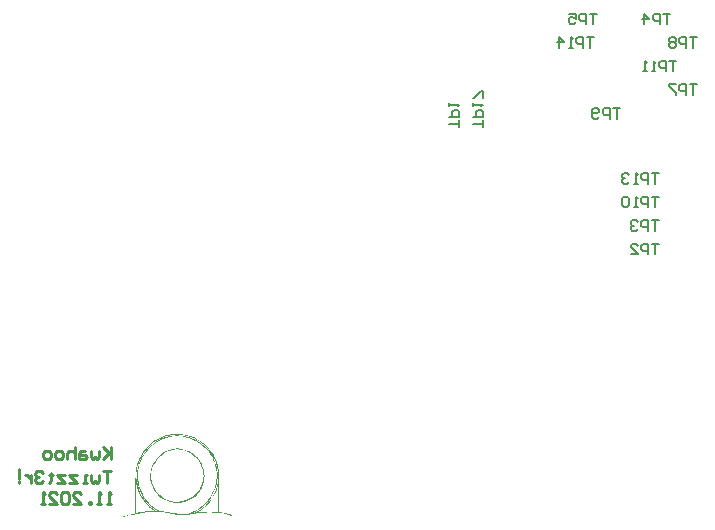
<source format=gbo>
G04 Layer_Color=32896*
%FSLAX25Y25*%
%MOIN*%
G70*
G01*
G75*
%ADD39C,0.01000*%
%ADD58C,0.00700*%
G36*
X61856Y30672D02*
X62189D01*
X62633Y30598D01*
X63115Y30524D01*
X63707Y30413D01*
X64337Y30265D01*
X65003Y30080D01*
X65707Y29858D01*
X66447Y29562D01*
X67225Y29228D01*
X68040Y28821D01*
X68817Y28340D01*
X69632Y27821D01*
X70410Y27192D01*
X70447Y27155D01*
X70521Y27081D01*
X70632Y26932D01*
X70817Y26784D01*
X71002Y26562D01*
X71224Y26303D01*
X71743Y25710D01*
X72261Y25044D01*
X72779Y24340D01*
X73224Y23674D01*
X73372Y23341D01*
X73520Y23007D01*
X73557Y22933D01*
X73631Y22785D01*
X73779Y22489D01*
X73927Y22082D01*
X74112Y21600D01*
X74335Y21045D01*
X74520Y20415D01*
X74668Y19712D01*
Y19638D01*
X74705Y19489D01*
X74779Y19156D01*
X74816Y18934D01*
X74853Y18712D01*
Y18416D01*
X74890Y18082D01*
X74927Y17712D01*
X74964Y17305D01*
Y16860D01*
X75001Y16342D01*
Y15786D01*
Y15194D01*
Y4863D01*
Y4826D01*
X75075Y4715D01*
X75149Y4677D01*
X75261Y4603D01*
X75409Y4566D01*
X75705D01*
X75816Y4529D01*
X75964Y4492D01*
X76334Y4418D01*
X76816Y4344D01*
X77371Y4196D01*
X77927Y4048D01*
X78556Y3863D01*
X79149Y3678D01*
Y3567D01*
X79037Y3492D01*
X76112Y4196D01*
X76001D01*
X75890Y4233D01*
X75742Y4270D01*
X75520D01*
X75297Y4307D01*
X74742Y4381D01*
X74076Y4455D01*
X73372Y4492D01*
X71854Y4566D01*
X71446D01*
X71187Y4529D01*
X70891D01*
X70484Y4492D01*
X70039Y4455D01*
X69521Y4418D01*
X68928Y4344D01*
X68225Y4270D01*
X67447Y4196D01*
X66595Y4085D01*
X65670Y3974D01*
X64633Y3826D01*
X63485Y3678D01*
X62152Y3641D01*
X61967D01*
X61856Y3678D01*
X61708D01*
X61522Y3715D01*
X61263Y3752D01*
X61004Y3789D01*
X60671Y3826D01*
X60300Y3900D01*
X59856Y3974D01*
X59375Y4048D01*
X58819Y4159D01*
X58190Y4270D01*
X57486Y4418D01*
X57412D01*
X57190Y4492D01*
X56819Y4529D01*
X56375Y4603D01*
X55857Y4677D01*
X55264Y4715D01*
X54635Y4789D01*
X52672D01*
X52376Y4752D01*
X52006Y4715D01*
X51561Y4677D01*
X51043Y4640D01*
X50450Y4566D01*
X49747Y4455D01*
X49006Y4344D01*
X48155Y4159D01*
X47229Y4011D01*
X46229Y3789D01*
X45155Y3529D01*
X44007Y3233D01*
X42785Y2900D01*
X42637D01*
X42600Y2937D01*
Y3011D01*
X42674Y3085D01*
X42822Y3159D01*
X42933Y3196D01*
X43081Y3270D01*
X43304Y3344D01*
X43563Y3418D01*
X43859Y3492D01*
X44229Y3604D01*
X44674Y3715D01*
X45192Y3826D01*
X45822Y3974D01*
X46488Y4122D01*
X46525D01*
X46599Y4159D01*
X46784Y4233D01*
X47007Y4344D01*
X47044Y4381D01*
X47081Y4418D01*
Y15194D01*
Y15231D01*
Y15379D01*
Y15601D01*
Y15898D01*
X47118Y16231D01*
Y16638D01*
X47155Y17083D01*
X47192Y17564D01*
X47266Y18564D01*
X47377Y19564D01*
X47488Y20045D01*
X47562Y20489D01*
X47710Y20897D01*
X47821Y21267D01*
X47858Y21341D01*
X47895Y21489D01*
X48006Y21748D01*
X48155Y22082D01*
X48340Y22489D01*
X48599Y22933D01*
X48858Y23452D01*
X49191Y24044D01*
X49562Y24600D01*
X50006Y25229D01*
X50487Y25859D01*
X51043Y26451D01*
X51598Y27044D01*
X52265Y27636D01*
X52968Y28192D01*
X53709Y28673D01*
X53746D01*
X53820Y28747D01*
X53931Y28821D01*
X54116Y28895D01*
X54302Y29006D01*
X54561Y29154D01*
X55116Y29414D01*
X55783Y29710D01*
X56523Y30006D01*
X57301Y30228D01*
X58078Y30413D01*
X58116Y30450D01*
X58227Y30487D01*
X58412Y30524D01*
X58523D01*
X58708Y30561D01*
X58893D01*
X59152Y30598D01*
X59449Y30635D01*
X59782Y30672D01*
X60189D01*
X60634Y30709D01*
X61596D01*
X61856Y30672D01*
D02*
G37*
%LPC*%
G36*
X61226Y30487D02*
X60448D01*
X60152Y30450D01*
X59819Y30413D01*
X59412Y30339D01*
X58930Y30265D01*
X58412Y30154D01*
X57856Y30043D01*
X57264Y29858D01*
X56634Y29673D01*
X55968Y29414D01*
X55264Y29117D01*
X54561Y28784D01*
X53857Y28377D01*
X53117Y27932D01*
X53079D01*
X53043Y27858D01*
X52931Y27784D01*
X52783Y27636D01*
X52376Y27303D01*
X51932Y26895D01*
X51376Y26377D01*
X50821Y25785D01*
X50265Y25118D01*
X49747Y24452D01*
X49710Y24414D01*
X49636Y24303D01*
X49525Y24081D01*
X49376Y23822D01*
X49191Y23489D01*
X49006Y23081D01*
X48784Y22637D01*
X48562Y22119D01*
X48340Y21563D01*
X48118Y20971D01*
X47747Y19712D01*
X47599Y19008D01*
X47488Y18304D01*
X47414Y17601D01*
X47377Y16860D01*
Y16823D01*
Y16638D01*
X47414Y16416D01*
Y16083D01*
X47488Y15638D01*
X47562Y15157D01*
X47636Y14602D01*
X47784Y14009D01*
X47932Y13379D01*
X48155Y12676D01*
X48414Y11935D01*
X48710Y11195D01*
X49080Y10417D01*
X49488Y9640D01*
X49969Y8862D01*
X50524Y8084D01*
X50561Y8047D01*
X50635Y7973D01*
X50784Y7825D01*
X50932Y7677D01*
X51413Y7232D01*
X51969Y6714D01*
X52561Y6159D01*
X53191Y5677D01*
X53487Y5455D01*
X53746Y5307D01*
X54005Y5159D01*
X54227Y5085D01*
X54339D01*
Y5122D01*
X54302D01*
X54227Y5196D01*
X54116Y5270D01*
X53931Y5381D01*
X53709Y5529D01*
X53413Y5714D01*
X53376Y5751D01*
X53302Y5788D01*
X53191Y5862D01*
X53043Y6010D01*
X52635Y6344D01*
X52117Y6788D01*
X51561Y7307D01*
X50969Y7936D01*
X50376Y8640D01*
X49821Y9380D01*
X49784Y9417D01*
X49710Y9528D01*
X49636Y9713D01*
X49488Y9973D01*
X49302Y10306D01*
X49117Y10676D01*
X48932Y11084D01*
X48747Y11565D01*
X48525Y12083D01*
X48340Y12639D01*
X47969Y13861D01*
X47821Y14490D01*
X47747Y15157D01*
X47673Y15823D01*
X47636Y16490D01*
Y16971D01*
Y17045D01*
Y17231D01*
X47673Y17490D01*
X47710Y17897D01*
X47747Y18341D01*
X47858Y18897D01*
X47969Y19526D01*
X48155Y20193D01*
X48377Y20934D01*
X48673Y21711D01*
X49006Y22489D01*
X49413Y23303D01*
X49895Y24155D01*
X50450Y24970D01*
X51080Y25785D01*
X51820Y26599D01*
X51858Y26636D01*
X51932Y26710D01*
X52080Y26821D01*
X52265Y26970D01*
X52487Y27155D01*
X52783Y27340D01*
X53413Y27821D01*
X54190Y28303D01*
X55005Y28784D01*
X55894Y29191D01*
X56301Y29376D01*
X56745Y29525D01*
X56783D01*
X56857Y29562D01*
X56968Y29599D01*
X57116Y29636D01*
X57523Y29747D01*
X58078Y29858D01*
X58708Y29969D01*
X59338Y30080D01*
X60041Y30154D01*
X60708Y30191D01*
X61448D01*
X61744Y30154D01*
X62078Y30117D01*
X62559Y30080D01*
X63078Y30006D01*
X63670Y29858D01*
X64300Y29710D01*
X65003Y29525D01*
X65744Y29265D01*
X66521Y28969D01*
X67299Y28599D01*
X68114Y28155D01*
X68891Y27673D01*
X69706Y27081D01*
X70484Y26414D01*
X70521Y26377D01*
X70558Y26340D01*
X70669Y26229D01*
X70780Y26081D01*
X71113Y25710D01*
X71483Y25266D01*
X71854Y24785D01*
X72224Y24303D01*
X72520Y23859D01*
X72705Y23489D01*
X72742Y23452D01*
X72779Y23341D01*
X72853Y23192D01*
X72965Y22970D01*
X73113Y22674D01*
X73261Y22341D01*
X73409Y21970D01*
X73594Y21526D01*
X73742Y21082D01*
X73890Y20563D01*
X74187Y19489D01*
X74372Y18304D01*
X74446Y17675D01*
Y17045D01*
Y16379D01*
Y16342D01*
Y16194D01*
Y16009D01*
X74409Y15712D01*
X74372Y15379D01*
X74298Y14972D01*
X74224Y14527D01*
X74112Y14009D01*
X74001Y13454D01*
X73816Y12861D01*
X73631Y12232D01*
X73372Y11602D01*
X73076Y10898D01*
X72742Y10195D01*
X72335Y9491D01*
X71891Y8788D01*
X71854Y8751D01*
X71817Y8677D01*
X71706Y8566D01*
X71557Y8417D01*
X71187Y8010D01*
X70743Y7529D01*
X70261Y7010D01*
X69743Y6529D01*
X69225Y6122D01*
X69002Y5974D01*
X68780Y5862D01*
X68743Y5825D01*
X68706Y5788D01*
X68558Y5677D01*
X68410Y5566D01*
X68151Y5381D01*
X67817Y5196D01*
X67410Y4974D01*
X66892Y4715D01*
X66855D01*
X66781Y4677D01*
X66558Y4566D01*
X66299Y4418D01*
X66225Y4381D01*
X66188Y4344D01*
X66373D01*
X66558Y4418D01*
X66892Y4529D01*
X67336Y4752D01*
X67892Y5048D01*
X68595Y5455D01*
X69002Y5751D01*
X69410Y6047D01*
X69854Y6381D01*
X70336Y6788D01*
X70372Y6825D01*
X70447Y6899D01*
X70558Y7010D01*
X70669Y7158D01*
X71039Y7566D01*
X71483Y8084D01*
X71965Y8677D01*
X72446Y9306D01*
X72853Y9936D01*
X73150Y10528D01*
X73187Y10565D01*
X73224Y10676D01*
X73298Y10824D01*
X73409Y11047D01*
X73520Y11343D01*
X73668Y11676D01*
X73816Y12046D01*
X73964Y12454D01*
X74112Y12935D01*
X74224Y13417D01*
X74483Y14490D01*
X74668Y15638D01*
X74742Y16231D01*
Y16823D01*
Y16897D01*
Y17045D01*
X74705Y17342D01*
X74668Y17712D01*
X74631Y18193D01*
X74520Y18712D01*
X74409Y19341D01*
X74261Y20008D01*
X74038Y20749D01*
X73779Y21489D01*
X73446Y22304D01*
X73039Y23118D01*
X72594Y23933D01*
X72076Y24785D01*
X71446Y25599D01*
X70743Y26414D01*
X70706Y26451D01*
X70632Y26525D01*
X70521Y26636D01*
X70336Y26784D01*
X70113Y26970D01*
X69817Y27192D01*
X69521Y27451D01*
X69187Y27710D01*
X68373Y28266D01*
X67484Y28821D01*
X66484Y29302D01*
X65411Y29747D01*
X65373D01*
X65299Y29784D01*
X65188Y29821D01*
X65003Y29858D01*
X64818Y29932D01*
X64559Y29969D01*
X64003Y30117D01*
X63374Y30265D01*
X62670Y30376D01*
X61930Y30450D01*
X61226Y30487D01*
D02*
G37*
G36*
X61078Y29969D02*
X60448D01*
X60263Y29932D01*
X60041D01*
X59745Y29895D01*
X59449Y29858D01*
X59078Y29784D01*
X58264Y29636D01*
X57301Y29376D01*
X56264Y29006D01*
X55153Y28525D01*
X55079Y28488D01*
X54857Y28377D01*
X54561Y28192D01*
X54116Y27932D01*
X53598Y27599D01*
X53043Y27155D01*
X52413Y26673D01*
X51746Y26081D01*
X51709Y26044D01*
X51635Y25970D01*
X51487Y25785D01*
X51302Y25599D01*
X51117Y25340D01*
X50858Y25007D01*
X50599Y24674D01*
X50302Y24266D01*
X50006Y23822D01*
X49710Y23341D01*
X49154Y22267D01*
X48636Y21082D01*
X48414Y20452D01*
X48229Y19786D01*
Y19749D01*
X48191Y19601D01*
X48155Y19341D01*
X48080Y19045D01*
X48043Y18638D01*
X47969Y18193D01*
X47895Y17675D01*
X47858Y17083D01*
Y17045D01*
Y16860D01*
X47895Y16601D01*
Y16268D01*
X47969Y15823D01*
X48043Y15342D01*
X48118Y14787D01*
X48266Y14157D01*
X48414Y13491D01*
X48636Y12824D01*
X48895Y12083D01*
X49191Y11343D01*
X49562Y10565D01*
X49969Y9825D01*
X50450Y9047D01*
X51006Y8306D01*
X51043Y8269D01*
X51117Y8195D01*
X51265Y8047D01*
X51450Y7862D01*
X51709Y7640D01*
X51969Y7381D01*
X52598Y6825D01*
X53302Y6233D01*
X54079Y5714D01*
X54450Y5455D01*
X54820Y5270D01*
X55190Y5085D01*
X55524Y4974D01*
X55746D01*
X55857Y4937D01*
X56042D01*
X56264Y4900D01*
X56560Y4863D01*
X56894Y4789D01*
X57301Y4752D01*
X57782Y4677D01*
X58338Y4566D01*
X58930Y4455D01*
X59671Y4344D01*
X60448Y4196D01*
X61337Y4011D01*
X62300Y3900D01*
X62559D01*
X62707Y3937D01*
X62929D01*
X63189Y3974D01*
X63781Y4048D01*
X64485Y4159D01*
X65225Y4381D01*
X66003Y4640D01*
X66744Y5011D01*
X66781Y5048D01*
X66929Y5122D01*
X67151Y5233D01*
X67447Y5381D01*
X67780Y5603D01*
X68188Y5862D01*
X68632Y6196D01*
X69113Y6566D01*
X69632Y6973D01*
X70150Y7455D01*
X70669Y8010D01*
X71187Y8603D01*
X71706Y9232D01*
X72187Y9936D01*
X72668Y10713D01*
X73076Y11528D01*
Y11565D01*
X73113Y11639D01*
X73187Y11787D01*
X73261Y11972D01*
X73335Y12232D01*
X73446Y12491D01*
X73557Y12824D01*
X73668Y13194D01*
X73853Y14046D01*
X74038Y14972D01*
X74187Y16009D01*
X74224Y17120D01*
Y17194D01*
Y17379D01*
X74187Y17712D01*
X74112Y18193D01*
X74038Y18749D01*
X73890Y19452D01*
X73705Y20267D01*
X73446Y21193D01*
Y21230D01*
X73409Y21304D01*
X73335Y21415D01*
X73298Y21600D01*
X73187Y21785D01*
X73076Y22007D01*
X72816Y22563D01*
X72483Y23192D01*
X72076Y23859D01*
X71631Y24525D01*
X71113Y25192D01*
X71076Y25229D01*
X71039Y25303D01*
X70928Y25414D01*
X70780Y25525D01*
X70410Y25933D01*
X69965Y26377D01*
X69410Y26858D01*
X68817Y27340D01*
X68225Y27784D01*
X67632Y28155D01*
X67595Y28192D01*
X67484Y28229D01*
X67299Y28340D01*
X67040Y28451D01*
X66744Y28562D01*
X66410Y28747D01*
X66003Y28895D01*
X65559Y29080D01*
X65077Y29228D01*
X64559Y29414D01*
X63448Y29673D01*
X62263Y29895D01*
X61671Y29932D01*
X61078Y29969D01*
D02*
G37*
G36*
X47414Y13972D02*
X47377D01*
Y4492D01*
X47451Y4418D01*
X47488D01*
X47636Y4455D01*
X47821Y4492D01*
X48080Y4529D01*
X48377Y4566D01*
X48747Y4640D01*
X49154Y4677D01*
X49599Y4752D01*
X50524Y4863D01*
X51450Y4974D01*
X52376Y5048D01*
X52783Y5085D01*
X53339D01*
Y5122D01*
X53302Y5159D01*
X53191Y5233D01*
X53005Y5381D01*
X52746Y5566D01*
X52450Y5825D01*
X52080Y6122D01*
X51709Y6455D01*
X51302Y6862D01*
X50858Y7344D01*
X50413Y7825D01*
X49969Y8417D01*
X49525Y9010D01*
X49080Y9676D01*
X48636Y10380D01*
X48266Y11158D01*
X47895Y11972D01*
Y12009D01*
X47821Y12157D01*
X47784Y12380D01*
X47710Y12639D01*
X47599Y12972D01*
X47525Y13305D01*
X47414Y13972D01*
D02*
G37*
G36*
X74742D02*
X74668D01*
Y13935D01*
X74631Y13824D01*
X74594Y13676D01*
X74557Y13454D01*
X74483Y13157D01*
X74372Y12861D01*
X74261Y12491D01*
X74150Y12083D01*
X73779Y11195D01*
X73335Y10195D01*
X72742Y9195D01*
X72039Y8158D01*
Y8121D01*
X71965Y8084D01*
X71780Y7862D01*
X71520Y7529D01*
X71150Y7158D01*
X70706Y6714D01*
X70261Y6270D01*
X69743Y5862D01*
X69262Y5492D01*
X67854Y4566D01*
X68077D01*
X68225Y4603D01*
X68373D01*
X68595Y4640D01*
X68854D01*
X69410Y4715D01*
X70002Y4752D01*
X70632Y4789D01*
X71224Y4826D01*
X71706D01*
X74668Y4715D01*
X74742Y4752D01*
Y13972D01*
D02*
G37*
%LPD*%
G36*
X61744Y25822D02*
X62078Y25785D01*
X62485Y25710D01*
X62892Y25599D01*
X63374Y25488D01*
X63892Y25340D01*
X64411Y25155D01*
X64966Y24896D01*
X65522Y24637D01*
X66077Y24303D01*
X66669Y23896D01*
X67188Y23452D01*
X67743Y22933D01*
X67780Y22896D01*
X67854Y22822D01*
X67966Y22674D01*
X68114Y22489D01*
X68299Y22230D01*
X68484Y21933D01*
X68706Y21600D01*
X68928Y21193D01*
X69151Y20786D01*
X69373Y20304D01*
X69743Y19267D01*
X69891Y18712D01*
X70002Y18082D01*
X70076Y17490D01*
X70113Y16823D01*
Y16786D01*
Y16675D01*
Y16490D01*
X70076Y16231D01*
X70039Y15935D01*
X70002Y15564D01*
X69928Y15194D01*
X69817Y14750D01*
X69558Y13787D01*
X69373Y13268D01*
X69113Y12750D01*
X68854Y12232D01*
X68558Y11713D01*
X68188Y11195D01*
X67780Y10676D01*
X67706Y10602D01*
X67521Y10417D01*
X67188Y10158D01*
X66781Y9788D01*
X66262Y9417D01*
X65707Y9010D01*
X65040Y8640D01*
X64337Y8306D01*
X64300D01*
X64262Y8269D01*
X64040Y8232D01*
X63707Y8121D01*
X63300Y8047D01*
X62818Y7936D01*
X62337Y7825D01*
X61856Y7788D01*
X61411Y7751D01*
X60486D01*
X60263Y7788D01*
X59967Y7825D01*
X59634Y7899D01*
X59227Y7973D01*
X58819Y8084D01*
X57856Y8380D01*
X57375Y8566D01*
X56819Y8825D01*
X56301Y9121D01*
X55746Y9454D01*
X55227Y9825D01*
X54672Y10269D01*
X53783Y11306D01*
X53746Y11343D01*
X53709Y11417D01*
X53635Y11565D01*
X53524Y11750D01*
X53376Y11972D01*
X53228Y12269D01*
X53079Y12602D01*
X52894Y12935D01*
X52561Y13787D01*
X52302Y14713D01*
X52080Y15749D01*
X52043Y16305D01*
X52006Y16860D01*
Y16897D01*
Y17083D01*
X52043Y17305D01*
X52080Y17638D01*
X52117Y18045D01*
X52228Y18490D01*
X52339Y19008D01*
X52524Y19564D01*
X52746Y20156D01*
X53043Y20786D01*
X53376Y21415D01*
X53783Y22045D01*
X54264Y22674D01*
X54820Y23303D01*
X55449Y23896D01*
X56190Y24452D01*
X56227D01*
X56301Y24525D01*
X56412Y24600D01*
X56597Y24674D01*
X56783Y24785D01*
X57042Y24896D01*
X57634Y25155D01*
X58338Y25414D01*
X59152Y25636D01*
X60004Y25785D01*
X60893Y25859D01*
X61485D01*
X61744Y25822D01*
D02*
G37*
%LPC*%
G36*
X61189Y25525D02*
X60263D01*
X60004Y25488D01*
X59634Y25414D01*
X59189Y25303D01*
X58634Y25155D01*
X58004Y24933D01*
X57264Y24637D01*
X57190Y24600D01*
X57042Y24525D01*
X56819Y24377D01*
X56486Y24192D01*
X55820Y23711D01*
X55486Y23452D01*
X55153Y23192D01*
X55116Y23155D01*
X55079Y23118D01*
X54968Y23007D01*
X54857Y22896D01*
X54561Y22526D01*
X54190Y22045D01*
X53783Y21489D01*
X53376Y20822D01*
X53005Y20156D01*
X52709Y19415D01*
Y19341D01*
X52635Y19156D01*
X52598Y18897D01*
X52524Y18564D01*
X52413Y17823D01*
X52339Y17490D01*
Y17194D01*
Y16527D01*
Y16490D01*
Y16379D01*
Y16231D01*
X52376Y16009D01*
X52413Y15749D01*
X52487Y15453D01*
X52561Y15083D01*
X52635Y14713D01*
X52931Y13824D01*
X53117Y13342D01*
X53376Y12861D01*
X53635Y12343D01*
X53968Y11824D01*
X54339Y11269D01*
X54783Y10750D01*
X54820Y10713D01*
X54894Y10639D01*
X55042Y10528D01*
X55227Y10380D01*
X55449Y10232D01*
X55709Y10010D01*
X56338Y9602D01*
X57079Y9121D01*
X57893Y8714D01*
X58745Y8380D01*
X59152Y8269D01*
X59597Y8195D01*
X59708D01*
X59819Y8158D01*
X59967D01*
X60300Y8121D01*
X60671Y8084D01*
X61152D01*
X61374Y8121D01*
X61708Y8158D01*
X62078Y8195D01*
X62485Y8269D01*
X63003Y8417D01*
X63522Y8566D01*
X64077Y8751D01*
X64670Y9010D01*
X65262Y9343D01*
X65892Y9676D01*
X66484Y10121D01*
X67077Y10639D01*
X67669Y11232D01*
X68225Y11898D01*
X68262Y11935D01*
X68299Y12009D01*
X68373Y12121D01*
X68484Y12306D01*
X68595Y12528D01*
X68706Y12787D01*
X69002Y13379D01*
X69299Y14120D01*
X69521Y14972D01*
X69706Y15860D01*
X69780Y16823D01*
Y16860D01*
Y16971D01*
Y17156D01*
X69743Y17379D01*
X69706Y17638D01*
X69669Y17971D01*
X69595Y18341D01*
X69484Y18749D01*
X69225Y19675D01*
X69039Y20156D01*
X68780Y20637D01*
X68521Y21156D01*
X68225Y21674D01*
X67854Y22193D01*
X67447Y22674D01*
X67373Y22748D01*
X67188Y22933D01*
X66929Y23155D01*
X66595Y23452D01*
X66225Y23785D01*
X65855Y24044D01*
X65484Y24266D01*
X65188Y24414D01*
X65151D01*
X65114Y24452D01*
X65003Y24525D01*
X64855Y24600D01*
X64485Y24785D01*
X63966Y24970D01*
X63374Y25192D01*
X62707Y25340D01*
X61967Y25488D01*
X61189Y25525D01*
D02*
G37*
%LPD*%
D39*
X38764Y26361D02*
Y22363D01*
Y23696D01*
X36098Y26361D01*
X38097Y24362D01*
X36098Y22363D01*
X34765Y25028D02*
Y23029D01*
X34099Y22363D01*
X33432Y23029D01*
X32766Y22363D01*
X32099Y23029D01*
Y25028D01*
X30100D02*
X28767D01*
X28101Y24362D01*
Y22363D01*
X30100D01*
X30766Y23029D01*
X30100Y23696D01*
X28101D01*
X26768Y26361D02*
Y22363D01*
Y24362D01*
X26101Y25028D01*
X24768D01*
X24102Y24362D01*
Y22363D01*
X22103D02*
X20770D01*
X20103Y23029D01*
Y24362D01*
X20770Y25028D01*
X22103D01*
X22769Y24362D01*
Y23029D01*
X22103Y22363D01*
X18104D02*
X16771D01*
X16104Y23029D01*
Y24362D01*
X16771Y25028D01*
X18104D01*
X18770Y24362D01*
Y23029D01*
X18104Y22363D01*
X38764Y18496D02*
X36098D01*
X37431D01*
Y14498D01*
X34765Y17164D02*
Y15164D01*
X34099Y14498D01*
X33432Y15164D01*
X32766Y14498D01*
X32099Y15164D01*
Y17164D01*
X30766Y14498D02*
X29434D01*
X30100D01*
Y17164D01*
X30766D01*
X27434D02*
X24768D01*
X27434Y14498D01*
X24768D01*
X23435Y17164D02*
X20770D01*
X23435Y14498D01*
X20770D01*
X18770Y17830D02*
Y17164D01*
X19437D01*
X18104D01*
X18770D01*
Y15164D01*
X18104Y14498D01*
X16104Y17830D02*
X15438Y18496D01*
X14105D01*
X13439Y17830D01*
Y17164D01*
X14105Y16497D01*
X14772D01*
X14105D01*
X13439Y15831D01*
Y15164D01*
X14105Y14498D01*
X15438D01*
X16104Y15164D01*
X12106Y17164D02*
Y14498D01*
Y15831D01*
X11439Y16497D01*
X10773Y17164D01*
X10106D01*
X8107Y15831D02*
Y19163D01*
Y15164D02*
Y14498D01*
X38764Y7299D02*
X37431D01*
X38097D01*
Y11298D01*
X38764Y10632D01*
X35432Y7299D02*
X34099D01*
X34765D01*
Y11298D01*
X35432Y10632D01*
X32099Y7299D02*
Y7966D01*
X31433D01*
Y7299D01*
X32099D01*
X26101D02*
X28767D01*
X26101Y9965D01*
Y10632D01*
X26768Y11298D01*
X28100D01*
X28767Y10632D01*
X24768D02*
X24102Y11298D01*
X22769D01*
X22103Y10632D01*
Y7966D01*
X22769Y7299D01*
X24102D01*
X24768Y7966D01*
Y10632D01*
X18104Y7299D02*
X20770D01*
X18104Y9965D01*
Y10632D01*
X18770Y11298D01*
X20103D01*
X20770Y10632D01*
X16771Y7299D02*
X15438D01*
X16104D01*
Y11298D01*
X16771Y10632D01*
D58*
X155074Y132874D02*
Y135207D01*
Y134040D01*
X151575D01*
Y136373D02*
X155074D01*
Y138122D01*
X154490Y138706D01*
X153324D01*
X152741Y138122D01*
Y136373D01*
X151575Y139872D02*
Y141038D01*
Y140455D01*
X155074D01*
X154490Y139872D01*
X221457Y94050D02*
X219124D01*
X220290D01*
Y90551D01*
X217958D02*
Y94050D01*
X216208D01*
X215625Y93467D01*
Y92301D01*
X216208Y91717D01*
X217958D01*
X212126Y90551D02*
X214459D01*
X212126Y92884D01*
Y93467D01*
X212709Y94050D01*
X213876D01*
X214459Y93467D01*
X221457Y101924D02*
X219124D01*
X220290D01*
Y98425D01*
X217958D02*
Y101924D01*
X216208D01*
X215625Y101341D01*
Y100175D01*
X216208Y99591D01*
X217958D01*
X214459Y101341D02*
X213876Y101924D01*
X212709D01*
X212126Y101341D01*
Y100758D01*
X212709Y100175D01*
X213293D01*
X212709D01*
X212126Y99591D01*
Y99008D01*
X212709Y98425D01*
X213876D01*
X214459Y99008D01*
X225394Y170822D02*
X223061D01*
X224227D01*
Y167323D01*
X221895D02*
Y170822D01*
X220145D01*
X219562Y170239D01*
Y169072D01*
X220145Y168489D01*
X221895D01*
X216647Y167323D02*
Y170822D01*
X218396Y169072D01*
X216063D01*
X200787Y170822D02*
X198455D01*
X199621D01*
Y167323D01*
X197289D02*
Y170822D01*
X195539D01*
X194956Y170238D01*
Y169072D01*
X195539Y168489D01*
X197289D01*
X191457Y170822D02*
X193790D01*
Y169072D01*
X192623Y169655D01*
X192040D01*
X191457Y169072D01*
Y167906D01*
X192040Y167323D01*
X193207D01*
X193790Y167906D01*
X234252Y147200D02*
X231919D01*
X233086D01*
Y143701D01*
X230753D02*
Y147200D01*
X229004D01*
X228420Y146616D01*
Y145450D01*
X229004Y144867D01*
X230753D01*
X227254Y147200D02*
X224922D01*
Y146616D01*
X227254Y144284D01*
Y143701D01*
X234252Y162948D02*
X231919D01*
X233086D01*
Y159449D01*
X230753D02*
Y162948D01*
X229004D01*
X228420Y162364D01*
Y161198D01*
X229004Y160615D01*
X230753D01*
X227254Y162364D02*
X226671Y162948D01*
X225505D01*
X224922Y162364D01*
Y161781D01*
X225505Y161198D01*
X224922Y160615D01*
Y160032D01*
X225505Y159449D01*
X226671D01*
X227254Y160032D01*
Y160615D01*
X226671Y161198D01*
X227254Y161781D01*
Y162364D01*
X226671Y161198D02*
X225505D01*
X208661Y139326D02*
X206329D01*
X207495D01*
Y135827D01*
X205163D02*
Y139326D01*
X203413D01*
X202830Y138742D01*
Y137576D01*
X203413Y136993D01*
X205163D01*
X201664Y136410D02*
X201080Y135827D01*
X199914D01*
X199331Y136410D01*
Y138742D01*
X199914Y139326D01*
X201080D01*
X201664Y138742D01*
Y138159D01*
X201080Y137576D01*
X199331D01*
X221457Y109798D02*
X219124D01*
X220290D01*
Y106299D01*
X217958D02*
Y109798D01*
X216208D01*
X215625Y109215D01*
Y108049D01*
X216208Y107466D01*
X217958D01*
X214459Y106299D02*
X213293D01*
X213876D01*
Y109798D01*
X214459Y109215D01*
X211543D02*
X210960Y109798D01*
X209794D01*
X209211Y109215D01*
Y106882D01*
X209794Y106299D01*
X210960D01*
X211543Y106882D01*
Y109215D01*
X227362Y155074D02*
X225030D01*
X226196D01*
Y151575D01*
X223863D02*
Y155074D01*
X222114D01*
X221531Y154490D01*
Y153324D01*
X222114Y152741D01*
X223863D01*
X220364Y151575D02*
X219198D01*
X219781D01*
Y155074D01*
X220364Y154490D01*
X217449Y151575D02*
X216283D01*
X216866D01*
Y155074D01*
X217449Y154490D01*
X221457Y117672D02*
X219124D01*
X220290D01*
Y114173D01*
X217958D02*
Y117672D01*
X216208D01*
X215625Y117089D01*
Y115923D01*
X216208Y115340D01*
X217958D01*
X214459Y114173D02*
X213293D01*
X213876D01*
Y117672D01*
X214459Y117089D01*
X211543D02*
X210960Y117672D01*
X209794D01*
X209211Y117089D01*
Y116506D01*
X209794Y115923D01*
X210377D01*
X209794D01*
X209211Y115340D01*
Y114756D01*
X209794Y114173D01*
X210960D01*
X211543Y114756D01*
X199803Y162948D02*
X197471D01*
X198637D01*
Y159449D01*
X196304D02*
Y162948D01*
X194555D01*
X193972Y162364D01*
Y161198D01*
X194555Y160615D01*
X196304D01*
X192805Y159449D02*
X191639D01*
X192222D01*
Y162948D01*
X192805Y162364D01*
X188140Y159449D02*
Y162948D01*
X189890Y161198D01*
X187557D01*
X162948Y132874D02*
Y135207D01*
Y134040D01*
X159449D01*
Y136373D02*
X162948D01*
Y138122D01*
X162364Y138706D01*
X161198D01*
X160615Y138122D01*
Y136373D01*
X159449Y139872D02*
Y141038D01*
Y140455D01*
X162948D01*
X162364Y139872D01*
X162948Y142788D02*
Y145120D01*
X162364D01*
X160032Y142788D01*
X159449D01*
M02*

</source>
